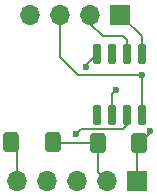
<source format=gbr>
%TF.GenerationSoftware,KiCad,Pcbnew,8.0.6*%
%TF.CreationDate,2025-02-01T11:22:54-03:00*%
%TF.ProjectId,breadboard-voltmeter-r00,62726561-6462-46f6-9172-642d766f6c74,rev?*%
%TF.SameCoordinates,Original*%
%TF.FileFunction,Copper,L1,Top*%
%TF.FilePolarity,Positive*%
%FSLAX46Y46*%
G04 Gerber Fmt 4.6, Leading zero omitted, Abs format (unit mm)*
G04 Created by KiCad (PCBNEW 8.0.6) date 2025-02-01 11:22:54*
%MOMM*%
%LPD*%
G01*
G04 APERTURE LIST*
G04 Aperture macros list*
%AMRoundRect*
0 Rectangle with rounded corners*
0 $1 Rounding radius*
0 $2 $3 $4 $5 $6 $7 $8 $9 X,Y pos of 4 corners*
0 Add a 4 corners polygon primitive as box body*
4,1,4,$2,$3,$4,$5,$6,$7,$8,$9,$2,$3,0*
0 Add four circle primitives for the rounded corners*
1,1,$1+$1,$2,$3*
1,1,$1+$1,$4,$5*
1,1,$1+$1,$6,$7*
1,1,$1+$1,$8,$9*
0 Add four rect primitives between the rounded corners*
20,1,$1+$1,$2,$3,$4,$5,0*
20,1,$1+$1,$4,$5,$6,$7,0*
20,1,$1+$1,$6,$7,$8,$9,0*
20,1,$1+$1,$8,$9,$2,$3,0*%
G04 Aperture macros list end*
%TA.AperFunction,ComponentPad*%
%ADD10R,1.700000X1.700000*%
%TD*%
%TA.AperFunction,ComponentPad*%
%ADD11O,1.700000X1.700000*%
%TD*%
%TA.AperFunction,SMDPad,CuDef*%
%ADD12RoundRect,0.250000X-0.400000X-0.600000X0.400000X-0.600000X0.400000X0.600000X-0.400000X0.600000X0*%
%TD*%
%TA.AperFunction,SMDPad,CuDef*%
%ADD13RoundRect,0.250000X0.400000X0.600000X-0.400000X0.600000X-0.400000X-0.600000X0.400000X-0.600000X0*%
%TD*%
%TA.AperFunction,SMDPad,CuDef*%
%ADD14RoundRect,0.150000X0.150000X-0.725000X0.150000X0.725000X-0.150000X0.725000X-0.150000X-0.725000X0*%
%TD*%
%TA.AperFunction,ViaPad*%
%ADD15C,0.600000*%
%TD*%
%TA.AperFunction,Conductor*%
%ADD16C,0.200000*%
%TD*%
G04 APERTURE END LIST*
D10*
%TO.P,J2,1,Pin_1*%
%TO.N,PowerSupply*%
X132960000Y-61100000D03*
D11*
%TO.P,J2,2,Pin_2*%
%TO.N,GND*%
X130420000Y-61100000D03*
%TO.P,J2,3,Pin_3*%
%TO.N,SWIO*%
X127880000Y-61100000D03*
%TO.P,J2,4,Pin_4*%
%TO.N,GND*%
X125340000Y-61100000D03*
%TO.P,J2,5,Pin_5*%
%TO.N,Net-(D1-K)*%
X122800000Y-61100000D03*
%TD*%
D12*
%TO.P,D1,1,K*%
%TO.N,Net-(D1-K)*%
X122370000Y-57800000D03*
%TO.P,D1,2,A*%
%TO.N,GND*%
X125870000Y-57800000D03*
%TD*%
D10*
%TO.P,J1,1,Pin_1*%
%TO.N,SDA*%
X131600000Y-47000000D03*
D11*
%TO.P,J1,2,Pin_2*%
%TO.N,SCL*%
X129060000Y-47000000D03*
%TO.P,J1,3,Pin_3*%
%TO.N,PowerSupply*%
X126520000Y-47000000D03*
%TO.P,J1,4,Pin_4*%
%TO.N,GND*%
X123980000Y-47000000D03*
%TD*%
D13*
%TO.P,D2,1,K*%
%TO.N,PowerSupply*%
X133170000Y-57900000D03*
%TO.P,D2,2,A*%
%TO.N,GND*%
X129670000Y-57900000D03*
%TD*%
D14*
%TO.P,U1,1,PD6*%
%TO.N,unconnected-(U1-PD6-Pad1)*%
X129615000Y-55475000D03*
%TO.P,U1,2,VSS*%
%TO.N,GND*%
X130885000Y-55475000D03*
%TO.P,U1,3,PA2*%
%TO.N,Voltage*%
X132155000Y-55475000D03*
%TO.P,U1,4,VDD*%
%TO.N,PowerSupply*%
X133425000Y-55475000D03*
%TO.P,U1,5,PC1*%
%TO.N,SDA*%
X133425000Y-50325000D03*
%TO.P,U1,6,PC2*%
%TO.N,SCL*%
X132155000Y-50325000D03*
%TO.P,U1,7,PC4*%
%TO.N,unconnected-(U1-PC4-Pad7)*%
X130885000Y-50325000D03*
%TO.P,U1,8,PD1*%
%TO.N,SWIO*%
X129615000Y-50325000D03*
%TD*%
D15*
%TO.N,SWIO*%
X128700000Y-51400000D03*
%TO.N,GND*%
X131200000Y-53400000D03*
%TO.N,Voltage*%
X127820000Y-57100000D03*
%TO.N,PowerSupply*%
X133400000Y-52100000D03*
X134100000Y-56800000D03*
%TD*%
D16*
%TO.N,GND*%
X129670000Y-57900000D02*
X129670000Y-60350000D01*
X129670000Y-60350000D02*
X130420000Y-61100000D01*
X125970000Y-57900000D02*
X125870000Y-57800000D01*
X129670000Y-57900000D02*
X125970000Y-57900000D01*
%TO.N,SWIO*%
X128700000Y-51240000D02*
X128700000Y-51400000D01*
X129615000Y-50325000D02*
X128700000Y-51240000D01*
%TO.N,GND*%
X130885000Y-53715000D02*
X131200000Y-53400000D01*
X130885000Y-55475000D02*
X130885000Y-53715000D01*
%TO.N,Voltage*%
X128220000Y-56700000D02*
X127820000Y-57100000D01*
X127820000Y-57100000D02*
X127900000Y-57100000D01*
X132155000Y-56349999D02*
X131804999Y-56700000D01*
X132155000Y-55475000D02*
X132155000Y-56349999D01*
X131804999Y-56700000D02*
X128220000Y-56700000D01*
%TO.N,Net-(D1-K)*%
X122800000Y-58230000D02*
X122370000Y-57800000D01*
X122800000Y-61100000D02*
X122800000Y-58230000D01*
%TO.N,PowerSupply*%
X126520000Y-50580000D02*
X126520000Y-47000000D01*
X128000000Y-52100000D02*
X126500000Y-50600000D01*
X133400000Y-52100000D02*
X128000000Y-52100000D01*
X126500000Y-50600000D02*
X126520000Y-50580000D01*
%TO.N,SCL*%
X129060000Y-47760000D02*
X129060000Y-47000000D01*
X130100000Y-48800000D02*
X129060000Y-47760000D01*
X132155000Y-49155000D02*
X131800000Y-48800000D01*
X131800000Y-48800000D02*
X130100000Y-48800000D01*
X132155000Y-50325000D02*
X132155000Y-49155000D01*
%TO.N,SDA*%
X133425000Y-48825000D02*
X131600000Y-47000000D01*
X133425000Y-50325000D02*
X133425000Y-48825000D01*
%TO.N,PowerSupply*%
X133425000Y-52125000D02*
X133400000Y-52100000D01*
X133425000Y-55475000D02*
X133425000Y-52125000D01*
X134100000Y-56970000D02*
X133170000Y-57900000D01*
X134100000Y-56800000D02*
X134100000Y-56970000D01*
X132960000Y-58110000D02*
X133170000Y-57900000D01*
X132960000Y-61100000D02*
X132960000Y-58110000D01*
%TD*%
M02*

</source>
